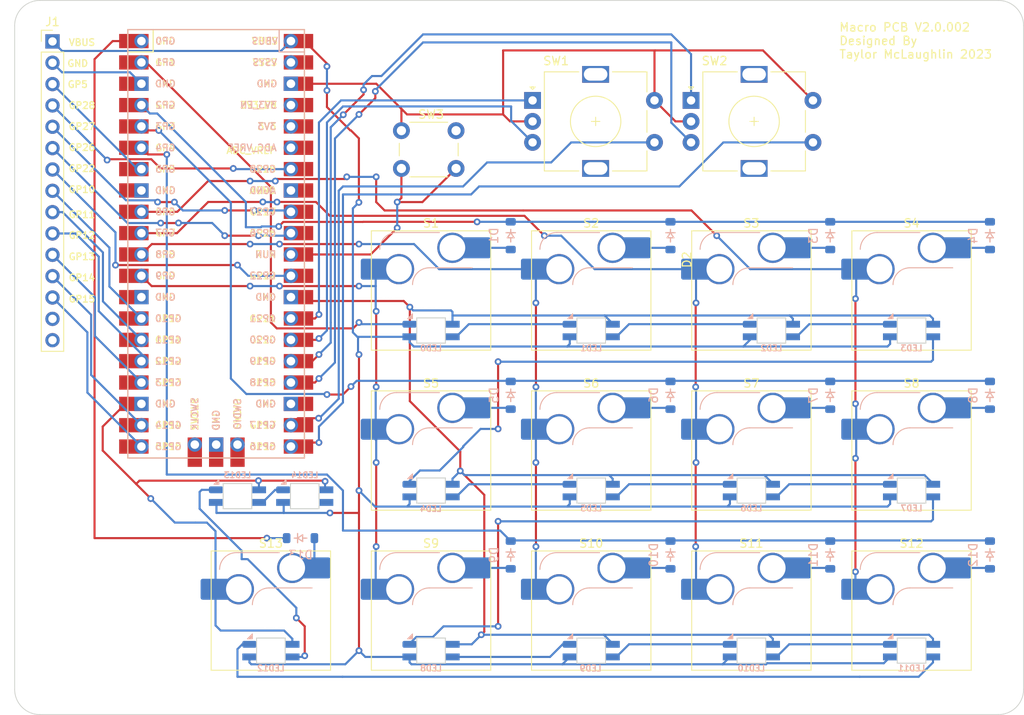
<source format=kicad_pcb>
(kicad_pcb (version 20221018) (generator pcbnew)
  (title_block (title "Macro PCB") (date "2023-12-19") (rev "2.0.002"))
  (layers (0 "F.Cu" signal) (31 "B.Cu" signal) (34 "B.Paste" user) (35 "F.Paste" user) (36 "B.SilkS" user "B.Silkscreen") (37 "F.SilkS" user "F.Silkscreen") (38 "B.Mask" user) (39 "F.Mask" user) (44 "Edge.Cuts" user))
  (net 0 "")
  (net 1 "Row 0")
  (net 2 "Net-(D1-A)")
  (net 3 "Net-(D2-A)")
  (net 4 "Net-(D3-A)")
  (net 5 "Net-(D4-A)")
  (net 6 "Row 1")
  (net 7 "Net-(D5-A)")
  (net 8 "Net-(D6-A)")
  (net 9 "Net-(D7-A)")
  (net 10 "Net-(D8-A)")
  (net 11 "Row 2")
  (net 12 "Net-(D9-A)")
  (net 13 "Net-(D10-A)")
  (net 14 "Net-(D11-A)")
  (net 15 "Net-(D12-A)")
  (net 16 "ModePin")
  (net 17 "Net-(D13-A)")
  (net 18 "GND")
  (net 19 "LED Pin")
  (net 20 "VBUS")
  (net 21 "Column 0")
  (net 22 "Column 1")
  (net 23 "Column 2")
  (net 24 "Column 3")
  (net 25 "Encoder 1 Pin A")
  (net 26 "Encoder 1 Pin B")
  (net 27 "Encoder 1 Button")
  (net 28 "Encoder 2 Pin A")
  (net 29 "Encoder 2 Pin B")
  (net 30 "Encoder 2 Button")
  (net 31 "Run")
  (net 43 "GPIO10")
  (net 44 "GPIO11")
  (net 45 "GPIO12")
  (net 46 "GPIO13")
  (net 47 "GPIO5")
  (net 48 "GPIO14")
  (net 49 "GPIO15")
  (net 50 "GPIO28")
  (net 51 "GPIO27")
  (net 52 "GPIO26")
  (net 53 "GPIO22")
  (net 56 "Net-(LED0-DOUT)")
  (net 57 "Net-(LED1-DOUT)")
  (net 58 "Net-(LED2-DOUT)")
  (net 59 "Net-(LED3-DOUT)")
  (net 60 "Net-(LED4-DOUT)")
  (net 61 "Net-(LED5-DOUT)")
  (net 62 "Net-(LED6-DOUT)")
  (net 63 "Net-(LED7-DOUT)")
  (net 64 "Net-(LED8-DOUT)")
  (net 65 "Net-(LED10-DIN)")
  (net 66 "Net-(LED10-DOUT)")
  (net 67 "Net-(LED11-DOUT)")
  (net 68 "Net-(LED13-DOUT)")
  (footprint "ScottoKeebs_Components:LED_SK6812MINI" (layer "F.Cu") (at 146.92125 57.785)
    (fp_text reference "LED2")
    (fp_text value "LED_SK6812MINI" hide)
    (fp_line (start -1.7 -1.5) (end -1.7 1.5) (stroke (width 0.12)) (layer "Edge.Cuts"))
    (fp_line (start -1.7 1.5) (end 1.7 1.5) (stroke (width 0.12)) (layer "Edge.Cuts"))
    (fp_line (start 1.7 -1.5) (end -1.7 -1.5) (stroke (width 0.12)) (layer "Edge.Cuts"))
    (fp_line (start 1.7 1.5) (end 1.7 -1.5) (stroke (width 0.12)) (layer "Edge.Cuts"))
  )
  (footprint "ScottoKeebs_Hotswap:Hotswap_MX_Plated_1.00u" (layer "F.Cu") (at 144.54 91.1225)
    (fp_text reference "S11")
    (fp_text value "Keyswitch")
  )
  (footprint "ScottoKeebs_Hotswap:Hotswap_MX_Plated_1.00u" (layer "F.Cu") (at 163.59 91.1225)
    (fp_text reference "S12")
    (fp_text value "Keyswitch")
  )
  (footprint "ScottoKeebs_Components:LED_SK6812MINI" (layer "F.Cu") (at 106.44 57.785)
    (fp_text reference "LED0")
    (fp_text value "LED_SK6812MINI" hide)
    (fp_line (start -1.7 -1.5) (end -1.7 1.5) (stroke (width 0.12)) (layer "Edge.Cuts"))
    (fp_line (start -1.7 1.5) (end 1.7 1.5) (stroke (width 0.12)) (layer "Edge.Cuts"))
    (fp_line (start 1.7 -1.5) (end -1.7 -1.5) (stroke (width 0.12)) (layer "Edge.Cuts"))
    (fp_line (start 1.7 1.5) (end 1.7 -1.5) (stroke (width 0.12)) (layer "Edge.Cuts"))
  )
  (footprint "ScottoKeebs_Components:LED_SK6812MINI" (layer "F.Cu") (at 163.59 76.835)
    (fp_text reference "LED7")
    (fp_text value "LED_SK6812MINI" hide)
    (fp_line (start -1.7 -1.5) (end -1.7 1.5) (stroke (width 0.12)) (layer "Edge.Cuts"))
    (fp_line (start -1.7 1.5) (end 1.7 1.5) (stroke (width 0.12)) (layer "Edge.Cuts"))
    (fp_line (start 1.7 -1.5) (end -1.7 -1.5) (stroke (width 0.12)) (layer "Edge.Cuts"))
    (fp_line (start 1.7 1.5) (end 1.7 -1.5) (stroke (width 0.12)) (layer "Edge.Cuts"))
  )
  (footprint "ScottoKeebs_MCU:Raspberry_Pi_Pico" (layer "F.Cu") (at 80.88125 47.46625)
    (fp_text reference "U1" hide)
    (fp_text value "Raspberry_Pi_Pico" hide)
  )
  (footprint "ScottoKeebs_Hotswap:Hotswap_MX_Plated_1.00u" (layer "F.Cu") (at 163.59 53.0225)
    (fp_text reference "S4")
    (fp_text value "Keyswitch")
  )
  (footprint "Connector_PinHeader_2.54mm:PinHeader_1x15_P2.54mm_Vertical" (layer "F.Cu") (at 61.415 23.3775)
    (fp_text reference "J1")
    (fp_text value "Conn_01x15_Pin")
  )
  (footprint "ScottoKeebs_Hotswap:Hotswap_MX_Plated_1.00u" (layer "F.Cu") (at 125.49 53.0225)
    (fp_text reference "S2")
    (fp_text value "Keyswitch")
  )
  (footprint "ScottoKeebs_Components:LED_SK6812MINI" (layer "F.Cu") (at 144.54 76.835)
    (fp_text reference "LED6")
    (fp_text value "LED_SK6812MINI" hide)
    (fp_line (start -1.7 -1.5) (end -1.7 1.5) (stroke (width 0.12)) (layer "Edge.Cuts"))
    (fp_line (start -1.7 1.5) (end 1.7 1.5) (stroke (width 0.12)) (layer "Edge.Cuts"))
    (fp_line (start 1.7 -1.5) (end -1.7 -1.5) (stroke (width 0.12)) (layer "Edge.Cuts"))
    (fp_line (start 1.7 1.5) (end 1.7 -1.5) (stroke (width 0.12)) (layer "Edge.Cuts"))
  )
  (footprint "Button_Switch_THT:SW_PUSH_6mm_H7.3mm" (layer "F.Cu") (at 102.915 33.9975)
    (fp_text reference "SW3")
    (fp_text value "SW_Push")
  )
  (footprint "ScottoKeebs_Hotswap:Hotswap_MX_Plated_1.00u" (layer "F.Cu") (at 163.59 72.0725)
    (fp_text reference "S8")
    (fp_text value "Keyswitch")
  )
  (footprint "ScottoKeebs_Components:LED_SK6812MINI" (layer "F.Cu") (at 87.39 95.885)
    (fp_text reference "LED12")
    (fp_text value "LED_SK6812MINI" hide)
    (fp_line (start -1.7 -1.5) (end -1.7 1.5) (stroke (width 0.12)) (layer "Edge.Cuts"))
    (fp_line (start -1.7 1.5) (end 1.7 1.5) (stroke (width 0.12)) (layer "Edge.Cuts"))
    (fp_line (start 1.7 -1.5) (end -1.7 -1.5) (stroke (width 0.12)) (layer "Edge.Cuts"))
    (fp_line (start 1.7 1.5) (end 1.7 -1.5) (stroke (width 0.12)) (layer "Edge.Cuts"))
  )
  (footprint "ScottoKeebs_Hotswap:Hotswap_MX_Plated_1.00u" (layer "F.Cu") (at 106.44 72.0725)
    (fp_text reference "S5")
    (fp_text value "Keyswitch")
  )
  (footprint "ScottoKeebs_Hotswap:Hotswap_MX_Plated_1.00u" (layer "F.Cu") (at 144.54 72.0725)
    (fp_text reference "S7")
    (fp_text value "Keyswitch")
  )
  (footprint "ScottoKeebs_Components:LED_SK6812MINI" (layer "F.Cu") (at 106.44 76.835)
    (fp_text reference "LED4")
    (fp_text value "LED_SK6812MINI" hide)
    (fp_line (start -1.7 -1.5) (end -1.7 1.5) (stroke (width 0.12)) (layer "Edge.Cuts"))
    (fp_line (start -1.7 1.5) (end 1.7 1.5) (stroke (width 0.12)) (layer "Edge.Cuts"))
    (fp_line (start 1.7 -1.5) (end -1.7 -1.5) (stroke (width 0.12)) (layer "Edge.Cuts"))
    (fp_line (start 1.7 1.5) (end 1.7 -1.5) (stroke (width 0.12)) (layer "Edge.Cuts"))
  )
  (footprint "ScottoKeebs_Components:LED_SK6812MINI" (layer "F.Cu") (at 125.49 76.835)
    (fp_text reference "LED5")
    (fp_text value "LED_SK6812MINI" hide)
    (fp_line (start -1.7 -1.5) (end -1.7 1.5) (stroke (width 0.12)) (layer "Edge.Cuts"))
    (fp_line (start -1.7 1.5) (end 1.7 1.5) (stroke (width 0.12)) (layer "Edge.Cuts"))
    (fp_line (start 1.7 -1.5) (end -1.7 -1.5) (stroke (width 0.12)) (layer "Edge.Cuts"))
    (fp_line (start 1.7 1.5) (end 1.7 -1.5) (stroke (width 0.12)) (layer "Edge.Cuts"))
  )
  (footprint "ScottoKeebs_Hotswap:Hotswap_MX_Plated_1.00u" (layer "F.Cu") (at 87.39 91.1225)
    (fp_text reference "S13")
    (fp_text value "Keyswitch")
  )
  (footprint "ScottoKeebs_Components:LED_SK6812MINI" (layer "F.Cu") (at 163.59 95.885)
    (fp_text reference "LED11")
    (fp_text value "LED_SK6812MINI" hide)
    (fp_line (start -1.7 -1.5) (end -1.7 1.5) (stroke (width 0.12)) (layer "Edge.Cuts"))
    (fp_line (start -1.7 1.5) (end 1.7 1.5) (stroke (width 0.12)) (layer "Edge.Cuts"))
    (fp_line (start 1.7 -1.5) (end -1.7 -1.5) (stroke (width 0.12)) (layer "Edge.Cuts"))
    (fp_line (start 1.7 1.5) (end 1.7 -1.5) (stroke (width 0.12)) (layer "Edge.Cuts"))
  )
  (footprint "ScottoKeebs_Components:LED_SK6812MINI" (layer "F.Cu") (at 163.59 57.785)
    (fp_text reference "LED3")
    (fp_text value "LED_SK6812MINI" hide)
    (fp_line (start -1.7 -1.5) (end -1.7 1.5) (stroke (width 0.12)) (layer "Edge.Cuts"))
    (fp_line (start -1.7 1.5) (end 1.7 1.5) (stroke (width 0.12)) (layer "Edge.Cuts"))
    (fp_line (start 1.7 -1.5) (end -1.7 -1.5) (stroke (width 0.12)) (layer "Edge.Cuts"))
    (fp_line (start 1.7 1.5) (end 1.7 -1.5) (stroke (width 0.12)) (layer "Edge.Cuts"))
  )
  (footprint "ScottoKeebs_Components:LED_SK6812MINI" (layer "F.Cu") (at 106.44 95.885)
    (fp_text reference "LED8")
    (fp_text value "LED_SK6812MINI" hide)
    (fp_line (start -1.7 -1.5) (end -1.7 1.5) (stroke (width 0.12)) (layer "Edge.Cuts"))
    (fp_line (start -1.7 1.5) (end 1.7 1.5) (stroke (width 0.12)) (layer "Edge.Cuts"))
    (fp_line (start 1.7 -1.5) (end -1.7 -1.5) (stroke (width 0.12)) (layer "Edge.Cuts"))
    (fp_line (start 1.7 1.5) (end 1.7 -1.5) (stroke (width 0.12)) (layer "Edge.Cuts"))
  )
  (footprint "ScottoKeebs_Components:LED_SK6812MINI" (layer "F.Cu") (at 91.415 77.4975)
    (fp_text reference "LED14")
    (fp_text value "LED_SK6812MINI" hide)
    (fp_line (start -1.7 -1.5) (end -1.7 1.5) (stroke (width 0.12)) (layer "Edge.Cuts"))
    (fp_line (start -1.7 1.5) (end 1.7 1.5) (stroke (width 0.12)) (layer "Edge.Cuts"))
    (fp_line (start 1.7 -1.5) (end -1.7 -1.5) (stroke (width 0.12)) (layer "Edge.Cuts"))
    (fp_line (start 1.7 1.5) (end 1.7 -1.5) (stroke (width 0.12)) (layer "Edge.Cuts"))
  )
  (footprint "ScottoKeebs_Hotswap:Hotswap_MX_Plated_1.00u" (layer "F.Cu") (at 106.44 91.1225)
    (fp_text reference "S9")
    (fp_text value "Keyswitch")
  )
  (footprint "ScottoKeebs_Components:LED_SK6812MINI" (layer "F.Cu") (at 144.54 95.885)
    (fp_text reference "LED10")
    (fp_text value "LED_SK6812MINI" hide)
    (fp_line (start -1.7 -1.5) (end -1.7 1.5) (stroke (width 0.12)) (layer "Edge.Cuts"))
    (fp_line (start -1.7 1.5) (end 1.7 1.5) (stroke (width 0.12)) (layer "Edge.Cuts"))
    (fp_line (start 1.7 -1.5) (end -1.7 -1.5) (stroke (width 0.12)) (layer "Edge.Cuts"))
    (fp_line (start 1.7 1.5) (end 1.7 -1.5) (stroke (width 0.12)) (layer "Edge.Cuts"))
  )
  (footprint "ScottoKeebs_Components:LED_SK6812MINI" (layer "F.Cu") (at 83.415 77.4975)
    (fp_text reference "LED13")
    (fp_text value "LED_SK6812MINI" hide)
    (fp_line (start -1.7 -1.5) (end -1.7 1.5) (stroke (width 0.12)) (layer "Edge.Cuts"))
    (fp_line (start -1.7 1.5) (end 1.7 1.5) (stroke (width 0.12)) (layer "Edge.Cuts"))
    (fp_line (start 1.7 -1.5) (end -1.7 -1.5) (stroke (width 0.12)) (layer "Edge.Cuts"))
    (fp_line (start 1.7 1.5) (end 1.7 -1.5) (stroke (width 0.12)) (layer "Edge.Cuts"))
  )
  (footprint "ScottoKeebs_Hotswap:Hotswap_MX_Plated_1.00u" (layer "F.Cu") (at 144.54 53.0225)
    (fp_text reference "S3")
    (fp_text value "Keyswitch")
  )
  (footprint "Rotary_Encoder:RotaryEncoder_Alps_EC11E-Switch_Vertical_H20mm" (layer "F.Cu") (at 118.515 30.3975)
    (fp_text reference "SW1")
    (fp_text value "RotaryEncoder_Switch")
  )
  (footprint "ScottoKeebs_Hotswap:Hotswap_MX_Plated_1.00u" (layer "F.Cu") (at 125.49 91.1225)
    (fp_text reference "S10")
    (fp_text value "Keyswitch")
  )
  (footprint "ScottoKeebs_Hotswap:Hotswap_MX_Plated_1.00u" (layer "F.Cu") (at 125.49 72.0725)
    (fp_text reference "S6")
    (fp_text value "Keyswitch")
  )
  (footprint "Rotary_Encoder:RotaryEncoder_Alps_EC11E-Switch_Vertical_H20mm" (layer "F.Cu") (at 137.365 30.3975)
    (fp_text reference "SW2")
    (fp_text value "RotaryEncoder_Switch")
  )
  (footprint "ScottoKeebs_Hotswap:Hotswap_MX_Plated_1.00u" (layer "F.Cu") (at 106.44 53.0225)
    (fp_text reference "S1")
    (fp_text value "Keyswitch")
  )
  (footprint "ScottoKeebs_Components:LED_SK6812MINI" (layer "F.Cu") (at 125.49 95.885)
    (fp_text reference "LED9")
    (fp_text value "LED_SK6812MINI" hide)
    (fp_line (start -1.7 -1.5) (end -1.7 1.5) (stroke (width 0.12)) (layer "Edge.Cuts"))
    (fp_line (start -1.7 1.5) (end 1.7 1.5) (stroke (width 0.12)) (layer "Edge.Cuts"))
    (fp_line (start 1.7 -1.5) (end -1.7 -1.5) (stroke (width 0.12)) (layer "Edge.Cuts"))
    (fp_line (start 1.7 1.5) (end 1.7 -1.5) (stroke (width 0.12)) (layer "Edge.Cuts"))
  )
  (footprint "ScottoKeebs_Components:LED_SK6812MINI" (layer "F.Cu") (at 125.49 57.785)
    (fp_text reference "LED1")
    (fp_text value "LED_SK6812MINI" hide)
    (fp_line (start -1.7 -1.5) (end -1.7 1.5) (stroke (width 0.12)) (layer "Edge.Cuts"))
    (fp_line (start -1.7 1.5) (end 1.7 1.5) (stroke (width 0.12)) (layer "Edge.Cuts"))
    (fp_line (start 1.7 -1.5) (end -1.7 -1.5) (stroke (width 0.12)) (layer "Edge.Cuts"))
    (fp_line (start 1.7 1.5) (end 1.7 -1.5) (stroke (width 0.12)) (layer "Edge.Cuts"))
  )
  (footprint "ScottoKeebs_Components:Diode_SOD-123" (layer "B.Cu") (at 115.915 65.4975 -90)
    (fp_text reference "D5")
    (fp_text value "Diode")
  )
  (footprint "ScottoKeebs_Components:Diode_SOD-123" (layer "B.Cu") (at 115.915 84.4975 -90)
    (fp_text reference "D9")
    (fp_text value "Diode")
  )
  (footprint "ScottoKeebs_Components:Diode_SOD-123" (layer "B.Cu") (at 134.915 65.4975 -90)
    (fp_text reference "D6")
    (fp_text value "Diode")
  )
  (footprint "ScottoKeebs_Components:Diode_SOD-123" (layer "B.Cu") (at 172.915 65.4975 -90)
    (fp_text reference "D8")
    (fp_text value "Diode")
  )
  (footprint "ScottoKeebs_Components:Diode_SOD-123" (layer "B.Cu") (at 153.915 65.4975 -90)
    (fp_text reference "D7")
    (fp_text value "Diode")
  )
  (footprint "ScottoKeebs_Components:Diode_SOD-123" (layer "B.Cu") (at 153.915 84.4975 -90)
    (fp_text reference "D11")
    (fp_text value "Diode")
  )
  (footprint "ScottoKeebs_Components:Diode_SOD-123" (layer "B.Cu") (at 172.915 46.4975 -90)
    (fp_text reference "D4")
    (fp_text value "Diode")
  )
  (footprint "ScottoKeebs_Components:Diode_SOD-123" (layer "B.Cu") (at 134.915 84.4975 -90)
    (fp_text reference "D10")
    (fp_text value "Diode")
  )
  (footprint "ScottoKeebs_Components:Diode_SOD-123" (layer "B.Cu") (at 90.915 82.4975)
    (fp_text reference "D13")
    (fp_text value "Diode")
  )
  (footprint "ScottoKeebs_Components:Diode_SOD-123" (layer "B.Cu") (at 172.915 84.4975 -90)
    (fp_text reference "D12")
    (fp_text value "Diode")
  )
  (footprint "ScottoKeebs_Components:Diode_SOD-123" (layer "B.Cu") (at 134.915 46.4975 -90)
    (fp_text reference "D2")
    (fp_text value "Diode")
  )
  (footprint "ScottoKeebs_Components:Diode_SOD-123" (layer "B.Cu") (at 115.915 46.4975 -90)
    (fp_text reference "D1")
    (fp_text value "Diode")
  )
  (footprint "ScottoKeebs_Components:Diode_SOD-123" (layer "B.Cu") (at 153.915 46.4975 -90)
    (fp_text reference "D3")
    (fp_text value "Diode")
  )
  (gr_arc (start 176.915 100.4975) (mid 176.03632 102.61882) (end 173.915 103.4975) (stroke (width 0.1)) (layer "Edge.Cuts"))
  (gr_line (start 176.915 21.4975) (end 176.915 100.4975) (stroke (width 0.1)) (layer "Edge.Cuts"))
  (gr_line (start 59.915 103.4975) (end 173.915 103.4975) (stroke (width 0.1)) (layer "Edge.Cuts"))
  (gr_line (start 56.915 100.4975) (end 56.915 21.4975) (stroke (width 0.1)) (layer "Edge.Cuts"))
  (gr_line (start 59.915 18.4975) (end 173.915 18.4975) (stroke (width 0.1)) (layer "Edge.Cuts"))
  (gr_arc (start 59.915 103.4975) (mid 57.79368 102.61882) (end 56.915 100.4975) (stroke (width 0.1)) (layer "Edge.Cuts"))
  (gr_arc (start 56.915 21.4975) (mid 57.79368 19.37618) (end 59.915 18.4975) (stroke (width 0.1)) (layer "Edge.Cuts"))
  (gr_arc (start 173.915 18.4975) (mid 176.03632 19.37618) (end 176.915 21.4975) (stroke (width 0.1)) (layer "Edge.Cuts"))
  (gr_text "GP12" (at 64.915 46.4575) (layer "F.SilkS") (effects (font (size 0.8 0.8))))
  (gr_text "GND" (at 64.415 25.9975) (layer "F.SilkS") (effects (font (size 0.8 0.8))))
  (gr_text "GP13" (at 64.915 48.9975) (layer "F.SilkS") (effects (font (size 0.8 0.8))))
  (gr_text "Macro PCB V2.0.002\nDesigned By \nTaylor McLaughlin 2023" (at 154.915 25.4975) (layer "F.SilkS") (effects (font (size 1 1)) (justify left bottom)))
  (gr_text "GP5" (at 64.415 28.4975) (layer "F.SilkS") (effects (font (size 0.8 0.8))))
  (gr_text "GP27" (at 64.915 33.4975) (layer "F.SilkS") (effects (font (size 0.8 0.8))))
  (gr_text "GP26" (at 64.915 35.9975) (layer "F.SilkS") (effects (font (size 0.8 0.8))))
  (gr_text "GP14" (at 64.915 51.4975) (layer "F.SilkS") (effects (font (size 0.8 0.8))))
  (gr_text "GP28" (at 64.915 30.9975) (layer "F.SilkS") (effects (font (size 0.8 0.8))))
  (gr_text "GP15" (at 64.915 54.0375) (layer "F.SilkS") (effects (font (size 0.8 0.8))))
  (gr_text "GP10" (at 64.915 40.9975) (layer "F.SilkS") (effects (font (size 0.8 0.8))))
  (gr_text "VBUS" (at 64.915 23.4975) (layer "F.SilkS") (effects (font (size 0.8 0.8))))
  (gr_text "GP22" (at 64.915 38.4975) (layer "F.SilkS") (effects (font (size 0.8 0.8))))
  (gr_text "GP11" (at 64.915 43.9975) (layer "F.SilkS") (effects (font (size 0.8 0.8))))
  (segment (start 88.86651 44.857738) (end 88.321748 45.4025) (width 0.25) (layer "F.Cu") (net 1))
  (segment (start 111.904762 44.847) (end 98.363727 44.847) (width 0.25) (layer "F.Cu") (net 1))
  (segment (start 98.352989 44.857738) (end 98.363727 44.847) (width 0.25) (layer "F.Cu") (net 1))
  (segment (start 111.915 44.857238) (end 111.904762 44.847) (width 0.25) (layer "F.Cu") (net 1))
  (segment (start 98.352989 44.857738) (end 88.86651 44.857738) (width 0.25) (layer "F.Cu") (net 1))
  (via (at 111.915 44.857238) (size 0.8) (drill 0.4) (layers "F.Cu" "B.Cu") (net 1))
  (via (at 88.321748 45.4025) (size 0.8) (drill 0.4) (layers "F.Cu" "B.Cu") (net 1))
  (segment (start 72.99125 31.95625) (end 71.99125 30.95625) (width 0.25) (layer "B.Cu") (net 1))
  (segment (start 88.321748 45.4025) (end 86.294695 45.4025) (width 0.25) (layer "B.Cu") (net 1))
  (segment (start 115.915 44.8475) (end 111.924738 44.8475) (width 0.25) (layer "B.Cu") (net 1))
  (segment (start 84.415 42.4975) (end 73.87375 31.95625) (width 0.25) (layer "B.Cu") (net 1))
  (segment (start 172.915 44.8475) (end 115.915 44.8475) (width 0.25) (layer "B.Cu") (net 1))
  (segment (start 86.294695 45.4025) (end 86.199695 45.4975) (width 0.25) (layer "B.Cu") (net 1))
  (segment (start 84.415 45.4975) (end 84.415 42.4975) (width 0.25) (layer "B.Cu") (net 1))
  (segment (start 86.199695 45.4975) (end 84.415 45.4975) (width 0.25) (layer "B.Cu") (net 1))
  (segment (start 111.924738 44.8475) (end 111.915 44.857238) (width 0.25) (layer "B.Cu") (net 1))
  (segment (start 73.87375 31.95625) (end 72.99125 31.95625) (width 0.25) (layer "B.Cu") (net 1))
  (segment (start 115.71 47.9425) (end 115.915 48.1475) (width 0.25) (layer "B.Cu") (net 2))
  (segment (start 111.76 47.9425) (end 115.71 47.9425) (width 0.25) (layer "B.Cu") (net 2))
  (segment (start 134.71 47.9425) (end 134.915 48.1475) (width 0.25) (layer "B.Cu") (net 3))
  (segment (start 130.81 47.9425) (end 134.71 47.9425) (width 0.25) (layer "B.Cu") (net 3))
  (segment (start 149.86 47.9425) (end 153.71 47.9425) (width 0.25) (layer "B.Cu") (net 4))
  (segment (start 153.71 47.9425) (end 153.915 48.1475) (width 0.25) (layer "B.Cu") (net 4))
  (segment (start 168.91 47.9425) (end 172.71 47.9425) (width 0.25) (layer "B.Cu") (net 5))
  (segment (start 172.71 47.9425) (end 172.915 48.1475) (width 0.25) (layer "B.Cu") (net 5))
  (segment (start 96.915 64.4525) (end 95.9625 65.405) (width 0.25) (layer "F.Cu") (net 6))
  (segment (start 95.9625 65.405) (end 94.0575 65.405) (width 0.25) (layer "F.Cu") (net 6))
  (segment (start 72.4675 33.9725) (end 71.99125 33.49625) (width 0.25) (layer "F.Cu") (net 6))
  (segment (start 74.055 33.9725) (end 72.4675 33.9725) (width 0.25) (layer "F.Cu") (net 6))
  (via (at 74.055 33.9725) (size 0.8) (drill 0.4) (layers "F.Cu" "B.Cu") (net 6))
  (via (at 94.0575 65.405) (size 0.8) (drill 0.4) (layers "F.Cu" "B.Cu") (net 6))
  (via (at 96.915 64.4525) (size 0.8) (drill 0.4) (layers "F.Cu" "B.Cu") (net 6))
  (segment (start 115.99 63.7725) (end 115.915 63.8475) (width 0.25) (layer "B.Cu") (net 6))
  (segment (start 172.915 63.8475) (end 172.84 63.7725) (width 0.25) (layer "B.Cu") (net 6))
  (segment (start 97.595 63.7725) (end 96.915 64.4525) (width 0.25) (layer "B.Cu") (net 6))
  (segment (start 115.84 63.7725) (end 97.595 63.7725) (width 0.25) (layer "B.Cu") (net 6))
  (segment (start 172.84 63.7725) (end 115.99 63.7725) (width 0.25) (layer "B.Cu") (net 6))
  (segment (start 115.915 63.8475) (end 115.84 63.7725) (width 0.25) (layer "B.Cu") (net 6))
  (segment (start 82.6275 63.5) (end 82.6275 42.545) (width 0.25) (layer "B.Cu") (net 6))
  (segment (start 94.0575 65.405) (end 93.99375 65.34125) (width 0.25) (layer "B.Cu") (net 6))
  (segment (start 82.6275 42.545) (end 74.055 33.9725) (width 0.25) (layer "B.Cu") (net 6))
  (segment (start 93.99375 65.34125) (end 84.46875 65.34125) (width 0.25) (layer "B.Cu") (net 6))
  (segment (start 84.46875 65.34125) (end 82.6275 63.5) (width 0.25) (layer "B.Cu") (net 6))
  (segment (start 115.76 66.9925) (end 115.915 67.1475) (width 0.25) (layer "B.Cu") (net 7))
  (segment (start 111.76 66.9925) (end 115.76 66.9925) (width 0.25) (layer "B.Cu") (net 7))
  (segment (start 134.76 66.9925) (end 134.915 67.1475) (width 0.25) (layer "B.Cu") (net 8))
  (segment (start 130.81 66.9925) (end 134.76 66.9925) (width 0.25) (layer "B.Cu") (net 8))
  (segment (start 149.86 66.9925) (end 153.76 66.9925) (width 0.25) (layer "B.Cu") (net 9))
  (segment (start 153.76 66.9925) (end 153.915 67.1475) (width 0.25) (layer "B.Cu") (net 9))
  (segment (start 168.91 66.9925) (end 172.76 66.9925) (width 0.25) (layer "B.Cu") (net 10))
  (segment (start 172.76 66.9925) (end 172.915 67.1475) (width 0.25) (layer "B.Cu") (net 10))
  (segment (start 72.785 36.83) (end 71.99125 36.03625) (width 0.25) (layer "F.Cu") (net 11))
  (segment (start 75.0075 36.83) (end 72.785 36.83) (width 0.25) (layer "F.Cu") (net 11))
  (via (at 75.0075 36.83) (size 0.8) (drill 0.4) (layers "F.Cu" "B.Cu") (net 11))
  (segment (start 172.84 82.7725) (end 115.99 82.7725) (width 0.25) (layer "B.Cu") (net 11))
  (segment (start 95.9625 76.835) (end 94.0575 74.93) (width 0.25) (layer "B.Cu") (net 11))
  (segment (start 172.915 82.8475) (end 172.84 82.7725) (width 0.25) (layer "B.Cu") (net 11))
  (segment (start 115.915 82.8475) (end 114.665 81.5975) (width 0.25) (layer "B.Cu") (net 11))
  (segment (start 75.0075 74.93) (end 75.0075 36.83) (width 0.25) (layer "B.Cu") (net 11))
  (segment (start 94.0575 74.93) (end 75.0075 74.93) (width 0.25) (layer "B.Cu") (net 11))
  (segment (start 115.99 82.7725) (end 115.915 82.8475) (width 0.25) (layer "B.Cu") (net 11))
  (segment (start 114.665 81.5975) (end 95.9625 81.5975) (width 0.25) (layer "B.Cu") (net 11))
  (segment (start 95.9625 81.5975) (end 95.9625 76.835) (width 0.25) (layer "B.Cu") (net 11))
  (segment (start 115.81 86.0425) (end 115.915 86.1475) (width 0.25) (layer "B.Cu") (net 12))
  (segment (start 111.76 86.0425) (end 115.81 86.0425) (width 0.25) (layer "B.Cu") (net 12))
  (segment (start 130.81 86.0425) (end 134.81 86.0425) (width 0.25) (layer "B.Cu") (net 13))
  (segment (start 134.81 86.0425) (end 134.915 86.1475) (width 0.25) (layer "B.Cu") (net 13))
  (segment (start 153.81 86.0425) (end 153.915 86.1475) (width 0.25) (layer "B.Cu") (net 14))
  (segment (start 149.86 86.0425) (end 153.81 86.0425) (width 0.25) (layer "B.Cu") (net 14))
  (segment (start 168.91 86.0425) (end 172.81 86.0425) (width 0.25) (layer "B.Cu") (net 15))
  (segment (start 172.81 86.0425) (end 172.915 86.1475) (width 0.25) (layer "B.Cu") (net 15))
  (segment (start 68.57625 23.33625) (end 66.415 25.4975) (width 0.25) (layer "F.Cu") (net 16))
  (segment (start 66.415 82.4975) (end 86.915 82.4975) (width 0.25) (layer "F.Cu") (net 16))
  (segment (start 71.99125 23.33625) (end 68.57625 23.33625) (width 0.25) (layer "F.Cu") (net 16))
  (segment (start 66.415 25.4975) (end 66.415 82.4975) (width 0.25) (layer "F.Cu") (net 16))
  (via (at 86.915 82.4975) (size 0.8) (drill 0.4) (layers "F.Cu" "B.Cu") (net 16))
  (segment (start 86.915 82.4975) (end 89.265 82.4975) (width 0.25) (layer "B.Cu") (net 16))
  (segment (start 92.565 82.4975) (end 92.565 85.8975) (width 0.25) (layer "B.Cu") (net 17))
  (segment (start 92.565 85.8975) (end 92.71 86.0425) (width 0.25) (layer "B.Cu") (net 17))
  (segment (start 89.77125 53.81625) (end 90.2275 54.2725) (width 0.25) (layer "F.Cu") (net 18))
  (segment (start 71.758 75.6545) (end 71.36375 76.04875) (width 0.25) (layer "F.Cu") (net 18))
  (segment (start 89.77125 28.41625) (end 99.93125 28.41625) (width 0.25) (layer "F.Cu") (net 18))
  (segment (start 85.915 75.6545) (end 71.758 75.6545) (width 0.25) (layer "F.Cu") (net 18))
  (segment (start 103.19 54.2725) (end 103.915 54.9975) (width 0.25) (layer "F.Cu") (net 18))
  (segment (start 85.915 75.6545) (end 93.757402 75.6545) (width 0.25) (layer "F.Cu") (net 18))
  (segment (start 67.3875 69.215) (end 67.3875 72.0725) (width 0.25) (layer "F.Cu") (net 18))
  (segment (start 67.3875 72.0725) (end 71.36375 76.04875) (width 0.25) (layer "F.Cu") (net 18))
  (segment (start 133.015 30.3975) (end 135.515 32.8975) (width 0.25) (layer "F.Cu") (net 18))
  (segment (start 109.915 72.188743) (end 109.915 74.4975) (width 0.25) (layer "F.Cu") (net 18))
  (segment (start 102.915 31.4) (end 103.5825 32.0675) (width 0.25) (layer "F.Cu") (net 18))
  (segment (start 115.8425 32.8975) (end 115.0125 32.0675) (width 0.25) (layer "F.Cu") (net 18))
  (segment (start 115.0125 24.4475) (end 133.11 24.4475) (width 0.25) (layer "F.Cu") (net 18))
  (segment (start 133.11 24.4475) (end 145.915 24.4475) (width 0.25) (layer "F.Cu") (net 18))
  (segment (start 118.515 32.8975) (end 115.8425 32.8975) (width 0.25) (layer "F.Cu") (net 18))
  (segment (start 93.757402 75.6545) (end 93.836201 75.733299) (width 0.25) (layer "F.Cu") (net 18))
  (segment (start 102.915 31.4) (end 102.915 33.9975) (width 0.25) (layer "F.Cu") (net 18))
  (segment (start 103.915 54.9975) (end 103.915 66.188743) (width 0.25) (layer "F.Cu") (net 18))
  (segment (start 112.77 93.6425) (end 112.415 93.9975) (width 0.25) (layer "F.Cu") (net 18))
  (segment (start 133.11 24.4475) (end 133.015 24.5425) (width 0.25) (layer "F.Cu") (net 18))
  (segment (start 71.36375 76.04875) (end 73.1025 77.7875) (width 0.25) (layer "F.Cu") (net 18))
  (segment (start 109.915 74.4975) (end 112.77 77.3525) (width 0.25) (layer "F.Cu") (net 18))
  (segment (start 135.515 32.8975) (end 137.365 32.8975) (width 0.25) (layer "F.Cu") (net 18))
  (segment (start 133.015 24.5425) (end 133.015 30.3975) (width 0.25) (layer "F.Cu") (net 18))
  (segment (start 71.99125 66.51625) (end 70.08625 66.51625) (width 0.25) (layer "F.Cu") (net 18))
  (segment (start 112.77 77.3525) (end 112.77 93.6425) (width 0.25) (layer "F.Cu") (net 18))
  (segment (start 103.915 66.188743) (end 109.915 72.188743) (width 0.25) (layer "F.Cu") (net 18))
  (segment (start 115.0125 32.0675) (end 115.0125 24.4475) (width 0.25) (layer "F.Cu") (net 18))
  (segment (start 99.93125 28.41625) (end 102.915 31.4) (width 0.25) (layer "F.Cu") (net 18))
  (segment (start 103.5825 32.0675) (end 115.0125 32.0675) (width 0.25) (layer "F.Cu") (net 18))
  (segment (start 90.2275 54.2725) (end 103.19 54.2725) (width 0.25) (layer "F.Cu") (net 18))
  (segment (start 70.08625 66.51625) (end 67.3875 69.215) (width 0.25) (layer "F.Cu") (net 18))
  (segment (start 145.915 24.4475) (end 151.865 30.3975) (width 0.25) (layer "F.Cu") (net 18))
  (via (at 93.836201 75.733299) (size 0.8) (drill 0.4) (layers "F.Cu" "B.Cu") (net 18))
  (via (at 73.1025 77.7875) (size 0.8) (drill 0.4) (layers "F.Cu" "B.Cu") (net 18))
  (via (at 109.915 74.4975) (size 0.8) (drill 0.4) (layers "F.Cu" "B.Cu") (net 18))
  (via (at 103.915 54.9975) (size 0.8) (drill 0.4) (layers "F.Cu" "B.Cu") (net 18))
  (via (at 112.415 93.9975) (size 0.8) (drill 0.4) (layers "F.Cu" "B.Cu") (net 18))
  (via (at 85.915 75.6545) (size 0.8) (drill 0.4) (layers "F.Cu" "B.Cu") (net 18))
  (segment (start 146.079277 74.9975) (end 165.129277 74.9975) (width 0.25) (layer "B.Cu") (net 18))
  (segment (start 127.079277 55.9975) (end 149.09375 55.9975) (width 0.25) (layer "B.Cu") (net 18))
  (segment (start 126.979277 93.9975) (end 128.04 95.058223) (width 0.25) (layer "B.Cu") (net 18))
  (segment (start 166.14 94.475) (end 166.14 95.135) (width 0.25) (layer "B.Cu") (net 18))
  (segment (start 166.14 76.008223) (end 166.14 76.085) (width 0.25) (layer "B.Cu") (net 18))
  (segment (start 108.99 55.9975) (end 108.99 57.035) (width 0.25) (layer "B.Cu") (net 18))
  (segment (start 78.415 80.645) (end 79.77 80.645) (width 0.25) (layer "B.Cu") (net 18))
  (segment (start 89.94 94.475) (end 89.94 95.135) (width 0.25) (layer "B.Cu") (net 18))
  (segment (start 149.09375 55.9975) (end 149.47125 56.375) (width 0.25) (layer "B.Cu") (net 18))
  (segment (start 104.315 55.3975) (end 108.815 55.3975) (width 0.25) (layer "B.Cu") (net 18))
  (segment (start 112.415 93.9975) (end 126.979277 93.9975) (width 0.25) (layer "B.Cu") (net 18))
  (segment (start 126.979277 93.9975) (end 146.6125 93.9975) (width 0.25) (layer "B.Cu") (net 18))
  (segment (start 110.415 74.9975) (end 127.6125 74.9975) (width 0.25) (layer "B.Cu") (net 18))
  (segment (start 109.915 74.4975) (end 110.415 74.9975) (width 0.25) (layer "B.Cu") (net 18))
  (segment (start 88.9625 93.4975) (end 89.94 94.475) (width 0.25) (layer "B.Cu") (net 18))
  (segment (start 165.6625 93.9975) (end 166.14 94.475) (width 0.25) (layer "B.Cu") (net 18))
  (segment (start 70.62625 27.05125) (end 71.99125 28.41625) (width 0.25) (layer "B.Cu") (net 18))
  (segment (start 165.7625 55.9975) (end 166.14 56.375) (width 0.25) (layer "B.Cu") (net 18))
  (segment (start 85.965 76.7475) (end 85.965 75.7045) (width 0.25) (layer "B.Cu") (net 18))
  (segment (start 128.04 95.058223) (end 128.04 95.135) (width 0.25) (layer "B.Cu") (net 18))
  (segment (start 73.1025 77.7875) (end 75.96 80.645) (width 0.25) (layer "B.Cu") (net 18))
  (segment (start 61.415 25.9175) (end 62.54875 27.05125) (width 0.25) (layer "B.Cu") (net 18))
  (segment (start 80.805 92.8875) (end 81.415 93.4975) (width 0.25) (layer "B.Cu") (net 18))
  (segment (start 93.836201 75.733299) (end 93.836201 76.618701) (width 0.25) (layer "B.Cu") (net 18))
  (segment (start 146.6125 93.9975) (end 165.6625 93.9975) (width 0.25) (layer "B.Cu") (net 18))
  (segment (start 80.805 88.5825) (end 80.805 92.8875) (width 0.25) (layer "B.Cu") (net 18))
  (segment (start 127.079277 55.9975) (end 128.04 56.958223) (width 0.25) (layer "B.Cu") (net 18))
  (segment (start 108.99 75.4225) (end 109.915 74.4975) (width 0.25) (layer "B.Cu") (net 18))
  (segment (start 146.079277 74.9975) (end 147.09 76.008223) (width 0.25) (layer "B.Cu") (net 18))
  (segment (start 127.6125 74.9975) (end 146.079277 74.9975) (width 0.25) (layer "B.Cu") (net 18))
  (segment (start 103.915 54.9975) (end 104.315 55.3975) (width 0.25) (layer "B.Cu") (net 18))
  (segment (start 81.415 93.4975) (end 88.9625 93.4975) (width 0.25) (layer "B.Cu") (net 18))
  (segment (start 128.04 56.958223) (end 128.04 57.035) (width 0.25) (layer "B.Cu") (net 18))
  (segment (start 149.47125 56.375) (end 149.47125 57.035) (width 0.25) (layer "B.Cu") (net 18))
  (segment (start 165.129277 74.9975) (end 166.14 76.008223) (width 0.25) (layer "B.Cu") (net 18))
  (segment (start 128.04 75.425) (end 128.04 76.085) (width 0.25) (layer "B.Cu") (net 18))
  (segment (start 111.2775 95.135) (end 108.99 95.135) (width 0.25) (layer "B.Cu") (net 18))
  (segment (start 127.6125 74.9975) (end 128.04 75.425) (width 0.25) (layer "B.Cu") (net 18))
  (segment (start 93.836201 76.618701) (end 93.965 76.7475) (width 0.25) (layer "B.Cu") (net 18))
  (segment (start 166.14 56.375) (end 166.14 57.035) (width 0.25) (layer "B.Cu") (net 18))
  (segment (start 147.09 94.475) (end 147.09 95.135) (width 0.25) (layer "B.Cu") (net 18))
  (segment (start 108.99 76.085) (end 108.99 75.4225) (width 0.25) (layer "B.Cu") (net 18))
  (segment (start 146.6125 93.9975) (end 147.09 94.475) (width 0.25) (layer "B.Cu") (net 18))
  (segment (start 149.09375 55.9975) (end 165.7625 55.9975) (width 0.25) (layer "B.Cu") (net 18))
  (segment (start 75.96 80.645) (end 78.415 80.645) (width 0.25) (layer "B.Cu") (net 18))
  (segment (start 108.99 55.9975) (end 127.079277 55.9975) (width 0.25) (layer "B.Cu") (net 18))
  (segment (start 108.815 55.3975) (end 108.99 55.5725) (width 0.25) (layer "B.Cu") (net 18))
  (segment (start 62.54875 27.05125) (end 70.62625 27.05125) (width 0.25) (layer "B.Cu") (net 18))
  (segment (start 108.99 55.5725) (end 108.99 55.9975) (width 0.25) (layer "B.Cu") (net 18))
  (segment (start 147.09 76.008223) (end 147.09 76.085) (width 0.25) (layer "B.Cu") (net 18))
  (segment (start 80.805 81.68) (end 80.805 88.5825) (width 0.25) (layer "B.Cu") (net 18))
  (segment (start 112.415 93.9975) (end 111.2775 95.135) (width 0.25) (layer "B.Cu") (net 18))
  (segment (start 79.77 80.645) (end 80.805 81.68) (width 0.25) (layer "B.Cu") (net 18))
  (segment (start 85.965 75.7045) (end 85.915 75.6545) (width 0.25) (layer "B.Cu") (net 18))
  (segment (start 88.08875 57.53125) (end 87.39 56.8325) (width 0.25) (layer "F.Cu") (net 19))
  (segment (start 87.39 56.8325) (end 87.39 40.70375) (width 0.25) (layer "F.Cu") (net 19))
  (segment (start 97.16875 57.53125) (end 88.08875 57.53125) (width 0.25) (layer "F.Cu") (net 19))
  (segment (start 87.39 40.70375) (end 72.5625 25.87625) (width 0.25) (layer "F.Cu") (net 19))
  (segment (start 97.8675 56.8325) (end 97.16875 57.53125) (width 0.25) (layer "F.Cu") (net 19))
  (segment (start 72.5625 25.87625) (end 71.99125 25.87625) (width 0.25) (layer "F.Cu") (net 19))
  (via (at 97.8675 56.8325) (size 0.8) (drill 0.4) (layers "F.Cu" "B.Cu") (net 19))
  (segment (start 98.07 57.035) (end 97.8675 56.8325) (width 0.25) (layer "B.Cu") (net 19))
  (segment (start 103.89 57.035) (end 98.07 57.035) (width 0.25) (layer "B.Cu") (net 19))
  (segment (start 89.77125 23.33625) (end 91.38125 23.33625) (width 0.25) (layer "F.Cu") (net 20))
  (segment (start 97.8675 79.4975) (end 97.8675 79.6925) (width 0.25) (layer "F.Cu") (net 20))
  (segment (start 91.415 92.9975) (end 90.415 91.9975) (width 0.25) (layer "F.Cu") (net 20))
  (segment (start 94.0575 29.21) (end 94.0575 31.187805) (width 0.25) (layer "F.Cu") (net 20))
  (segment (start 94.0575 31.187805) (end 96.842195 33.9725) (width 0.25) (layer "F.Cu") (net 20))
  (segment (start 91.415 96.4975) (end 91.415 92.9975) (width 0.25) (layer "F.Cu") (net 20))
  (segment (start 97.8675 79.4975) (end 94.415 79.4975) (width 0.25) (layer "F.Cu") (net 20))
  (segment (start 91.38125 23.33625) (end 94.0575 26.0125) (width 0.25) (layer "F.Cu") (net 20))
  (segment (start 97.8675 60.6425) (end 97.8675 76.835) (width 0.25) (layer "F.Cu") (net 20))
  (segment (start 96.842195 33.9725) (end 96.915 33.9725) (width 0.25) (layer "F.Cu") (net 20))
  (segment (start 97.8675 79.6925) (end 97.8675 95.885) (width 0.25) (layer "F.Cu") (net 20))
  (segment (start 96.915 33.9725) (end 97.855201 34.912701) (width 0.25) (layer "F.Cu") (net 20))
  (segment (start 97.8675 76.835) (end 97.8675 79.4975) (width 0.25) (layer "F.Cu") (net 20))
  (segment (start 97.855201 34.912701) (end 97.855201 42.532701) (width 0.25) (layer "F.Cu") (net 20))
  (segment (start 94.0575 26.0125) (end 94.0575 26.3525) (width 0.25) (layer "F.Cu") (net 20))
  (via (at 91.415 96.4975) (size 0.8) (drill 0.4) (layers "F.Cu" "B.Cu") (net 20))
  (via (at 94.0575 29.21) (size 0.8) (drill 0.4) (layers "F.Cu" "B.Cu") (net 20))
  (via (at 97.855201 42.532701) (size 0.8) (drill 0.4) (layers "F.Cu" "B.Cu") (net 20))
  (via (at 94.0575 26.3525) (size 0.8) (drill 0.4) (layers "F.Cu" "B.Cu") (net 20))
  (via (at 97.8675 76.835) (size 0.8) (drill 0.4) (layers "F.Cu" "B.Cu") (net 20))
  (via (at 94.415 79.4975) (size 0.8) (drill 0.4) (layers "F.Cu" "B.Cu") (net 20))
  (via (at 97.8675 60.6425) (size 0.8) (drill 0.4) (layers "F.Cu" "B.Cu") (net 20))
  (via (at 97.8675 95.885) (size 0.8) (drill 0.4) (layers "F.Cu" "B.Cu") (net 20))
  (via (at 90.415 91.9975) (size 0.8) (drill 0.4) (layers "F.Cu" "B.Cu") (net 20))
  (segment (start 90.415 90.788743) (end 84.623757 84.9975) (width 0.25) (layer "B.Cu") (net 20))
  (segment (start 103.89 96.635) (end 103.89 97.295) (width 0.25) (layer "B.Cu") (net 20))
  (segment (start 161.04 78.4325) (end 161.04 77.585) (width 0.25) (layer "B.Cu") (net 20))
  (segment (start 104.105 97.51) (end 122.065 97.51) (width 0.25) (layer "B.Cu") (net 20))
  (segment (start 144.37125 58.535) (end 144.37125 58.90625) (width 0.25) (layer "B.Cu") (net 20))
  (segment (start 90.415 91.9975) (end 90.415 90.788743) (width 0.25) (layer "B.Cu") (net 20))
  (segment (start 122.6325 59.69) (end 122.94 59.3825) (width 0.25) (layer "B.Cu") (net 20))
  (segment (start 160.7325 59.69) (end 161.04 59.3825) (width 0.25) (layer "B.Cu") (net 20))
  (segment (start 122.94 78.4325) (end 122.94 77.585) (width 0.25) (layer "B.Cu") (net 20))
  (segment (start 99.7725 78.74) (end 103.5825 78.74) (width 0.25) (layer "B.Cu") (net 20))
  (segment (start 103.89 58.535) (end 103.89 59.195) (width 0.25) (layer "B.Cu") (net 20))
  (segment (start 98.6175 96.635) (end 103.89 96.635) (width 0.25) (layer "B.Cu") (net 20))
  (segment (start 78.915 78.9975) (end 78.915 76.9975) (width 0.25) (layer "B.Cu") (net 20))
  (segment (start 96.2425 97.51) (end 85.055 97.51) (width 0.25) (layer "B.Cu") (net 20))
  (segment (start 146.291777 97.51) (end 146.415 97.386777) (width 0.25) (layer "B.Cu") (net 20))
  (segment (start 97.8675 58.535) (end 103.89 58.535) (width 0.25) (layer "B.Cu") (net 20))
  (segment (start 103.5825 78.74) (end 122.6325 78.74) (width 0.25) (layer "B.Cu") (net 20))
  (segment (start 88.915 78.2975) (end 88.865 78.2475) (width 0.25) (layer "B.Cu") (net 20))
  (segment (start 122.065 97.51) (end 141.115 97.51) (width 0.25) (layer "B.Cu") (net 20))
  (segment (start 103.5825 78.74) (end 103.89 78.4325) (width 0.25) (layer "B.Cu") (net 20))
  (segment (start 104.385 59.69) (end 122.6325 59.69) (width 0.25) (layer "B.Cu") (net 20))
  (segment (start 103.89 78.4325) (end 103.89 77.585) (width 0.25) (layer "B.Cu") (net 20))
  (segment (start 88.59625 24.51125) (end 62.54875 24.51125) (width 0.25) (layer "B.Cu") (net 20))
  (segment (start 161.04 59.3825) (end 161.04 58.535) (width 0.25) (layer "B.Cu") (net 20))
  (segment (start 97.8675 95.885) (end 98.6175 96.635) (width 0.25) (layer "B.Cu") (net 20))
  (segment (start 97.855201 42.532701) (end 97.1425 43.245402) (width 0.25) (layer "B.Cu") (net 20))
  (segment (start 62.54875 24.51125) (end 61.415 23.3775) (width 0.25) (layer "B.Cu") (net 20))
  (segment (start 141.6825 78.74) (end 141.99 78.4325) (width 0.25) (layer "B.Cu") (net 20))
  (segment (start 83.915 84.9975) (end 83.915 83.9975) (width 0.25) (layer "B.Cu") (net 20))
  (segment (start 89.77125 23.33625) (end 88.59625 24.51125) (width 0.25) (layer "B.Cu") (net 20))
  (segment (start 143.5875 59.69) (end 160.7325 59.69) (width 0.25) (layer "B.Cu") (net 20))
  (segment (start 160.7325 78.74) (end 161.04 78.4325) (width 0.25) (layer "B.Cu") (net 20))
  (segment (start 88.915 79.4975) (end 88.915 78.2975) (width 0.25) (layer "B.Cu") (net 20))
  (segment (start 79.165 76.7475) (end 80.865 76.7475) (width 0.25) (layer "B.Cu") (net 20))
  (segment (start 84.84 97.295) (end 84.84 96.635) (width 0.25) (layer "B.Cu") (net 20))
  (segment (start 144.37125 58.90625) (end 143.5875 59.69) (width 0.25) (layer "B.Cu") (net 20))
  (segment (start 97.755 58.6475) (end 97.755 60.53) (width 0.25) (layer "B.Cu") (net 20))
  (segment (start 80.915 79.4975) (end 88.915 79.4975) (width 0.25) (layer "B.Cu") (net 20))
  (segment (start 141.115 97.51) (end 141.99 96.635) (width 0.25) (layer "B.Cu") (net 20))
  (segment (start 103.89 59.195) (end 104.385 59.69) (width 0.25) (layer "B.Cu") (net 20))
  (segment (start 78.915 76.9975) (end 79.165 76.7475) (width 0.25) (layer "B.Cu") (net 20))
  (segment (start 97.8675 95.885) (end 96.2425 97.51) (width 0.25) (layer "B.Cu") (net 20))
  (segment (start 97.1425 58.0125) (end 97.665 58.535) (width 0.25) (layer "B.Cu") (net 20))
  (segment (start 122.6325 78.74) (end 122.94 78.4325) (width 0.25) (layer "B.Cu") (net 20))
  (segment (start 94.0575 26.3525) (end 94.0575 29.21) (width 0.25) (layer "B.Cu") (net 20))
  (segment (start 89.94 96.635) (end 91.2775 96.635) (width 0.25) (layer "B.Cu") (net 20))
  (segment (start 83.915 83.9975) (end 78.915 78.9975) (width 0.25) (layer "B.Cu") (net 20))
  (segment (start 103.89 97.295) (end 104.105 97.51) (width 0.25) (layer "B.Cu") (net 20))
  (segment (start 146.415 97.386777) (end 160.288223 97.386777) (width 0.25) (layer "B.Cu") (net 20))
  (segment (start 85.055 97.51) (end 84.84 97.295) (width 0.25) (layer "B.Cu") (net 20))
  (segment (start 122.065 97.51) (end 122.94 96.635) (width 0.25) (layer "B.Cu") (net 20))
  (segment (start 91.2775 96.635) (end 91.415 96.4975) (width 0.25) (layer "B.Cu") (net 20))
  (segment (start 94.415 79.4975) (end 88.915 79.4975) (width 0.25) (layer "B.Cu") (net 20))
  (segment (start 97.1425 43.245402) (end 97.1425 58.0125) (width 0.25) (layer "B.Cu") (net 20))
  (segment (start 160.288223 97.386777) (end 161.04 96.635) (width 0.25) (layer "B.Cu") (net 20))
  (segment (start 97.8675 76.835) (end 99.7725 78.74) (width 0.25) (layer "B.Cu") (net 20))
  (segment (start 141.6825 78.74) (end 160.7325 78.74) (width 0.25) (layer "B.Cu") (net 20))
  (segment (start 141.115 97.51) (end 146.291777 97.51) (width 0.25) (layer "B.Cu") (net 20))
  (segment (start 80.915 78.2975) (end 80.865 78.2475) (width 0.25) (layer "B.Cu") (net 20))
  (segment (start 97.8675 58.535) (end 97.755 58.6475) (width 0.25) (layer "B.Cu") (net 20))
  (segment (start 122.94 59.3825) (end 122.94 58.535) (width 0.25) (layer "B.Cu") (net 20))
  (segment (start 97.665 58.535) (end 97.8675 58.535) (width 0.25) (layer "B.Cu") (net 20))
  (segment (start 143.5875 59.69) (end 122.6325 59.69) (width 0.25) (layer "B.Cu") (net 20))
  (segment (start 80.915 79.4975) (end 80.915 78.2975) (width 0.25) (layer "B.Cu") (net 20))
  (segment (start 97.755 60.53) (end 97.8675 60.6425) (width 0.25) (layer "B.Cu") (net 20))
  (segment (start 84.623757 84.9975) (end 83.915 84.9975) (width 0.25) (layer "B.Cu") (net 20))
  (segment (start 141.99 78.4325) (end 141.99 77.585) (width 0.25) (layer "B.Cu") (net 20))
  (segment (start 122.6325 78.74) (end 141.6825 78.74) (width 0.25) (layer "B.Cu") (net 20))
  (segment (start 99.915 73.4975) (end 99.915 83.4975) (width 0.25) (layer "F.Cu") (net 21))
  (segment (start 99.915 55.4975) (end 99.915 64.4975) (width 0.25) (layer "F.Cu") (net 21))
  (segment (start 84.915 52.4975) (end 73.2125 52.4975) (width 0.25) (layer "F.Cu") (net 21))
  (segment (start 92.915 52.4975) (end 88.415 52.4975) (width 0.25) (layer "F.Cu") (net 21))
  (segment (start 73.2125 52.4975) (end 71.99125 51.27625) (width 0.25) (layer "F.Cu") (net 21))
  (segment (start 97.867 52.4975) (end 92.915 52.4975) (width 0.25) (layer "F.Cu") (net 21))
  (via (at 99.915 64.4975) (size 0.8) (drill 0.4) (layers "F.Cu" "B.Cu") (net 21))
  (via (at 99.915 55.4975) (size 0.8) (drill 0.4) (layers "F.Cu" "B.Cu") (net 21))
  (via (at 84.915 52.4975) (size 0.8) (drill 0.4) (layers "F.Cu" "B.Cu") (net 21))
  (via (at 88.415 52.4975) (size 0.8) (drill 0.4) (layers "F.Cu" "B.Cu") (net 21))
  (via (at 97.867 52.4975) (size 0.8) (drill 0.4) (layers "F.Cu" "B.Cu") (net 21))
  (via (at 99.915 83.4975) (size 0.8) (drill 0.4) (layers "F.Cu" "B.Cu") (net 21))
  (via (at 99.915 73.4975) (size 0.8) (drill 0.4) (layers "F.Cu" "B.Cu") (net 21))
  (segment (start 99.855 70.7825) (end 99.855 69.5325) (width 0.25) (layer "B.Cu") (net 21))
  (segment (start 99.855 83.5575) (end 99.855 88.5825) (width 0.25) (layer "B.Cu") (net 21))
  (segment (start 99.855 64.5575) (end 99.855 69.5325) (width 0.25) (layer "B.Cu") (net 21))
  (segment (start 99.855 52.4975) (end 99.855 55.4375) (width 0.25) (layer "B.Cu") (net 21))
  (segment (start 99.855 50.4825) (end 99.855 52.4975) (width 0.25) (layer "B.Cu") (net 21))
  (segment (start 99.915 73.4975) (end 99.915 70.8425) (width 0.25) (layer "B.Cu") (net 21))
  (segment (start 99.915 83.4975) (end 99.855 83.5575) (width 0.25) (layer "B.Cu") (net 21))
  (segment (start 99.915 70.8425) (end 99.855 70.7825) (width 0.25) (layer "B.Cu") (net 21))
  (segment (start 99.855 55.4375) (end 99.915 55.4975) (width 0.25) (layer "B.Cu") (net 21))
  (segment (start 99.915 64.4975) (end 99.855 64.5575) (width 0.25) (layer "B.Cu") (net 21))
  (segment (start 88.415 52.4975) (end 84.915 52.4975) (width 0.25) (layer "B.Cu") (net 21))
  (segment (start 99.855 52.4975) (end 97.867 52.4975) (width 0.25) (layer "B.Cu") (net 21))
  (segment (start 73.23 47.4975) (end 71.99125 48.73625) (width 0.25) (layer "F.Cu") (net 22))
  (segment (start 118.915 54.5075) (end 118.915 64.4975) (width 0.25) (layer "F.Cu") (net 22))
  (segment (start 97.867 47.4975) (end 88.415 47.4975) (width 0.25) (layer "F.Cu") (net 22))
  (segment (start 118.915 73.5075) (end 118.915 83.4975) (width 0.25) (layer "F.Cu") (net 22))
  (segment (start 118.905 73.4975) (end 118.915 73.5075) (width 0.25) (layer "F.Cu") (net 22))
  (segment (start 118.905 54.4975) (end 118.915 54.5075) (width 0.25) (layer "F.Cu") (net 22))
  (segment (start 84.915 47.4975) (end 73.23 47.4975) (width 0.25) (layer "F.Cu") (net 22))
  (via (at 88.415 47.4975) (size 0.8) (drill 0.4) (layers "F.Cu" "B.Cu") (net 22))
  (via (at 118.915 64.4975) (size 0.8) (drill 0.4) (layers "F.Cu" "B.Cu") (net 22))
  (via (at 118.905 54.4975) (size 0.8) (drill 0.4) (layers "F.Cu" "B.Cu") (net 22))
  (via (at 84.915 47.4975) (size 0.8) (drill 0.4) (layers "F.Cu" "B.Cu") (net 22))
  (via (at 118.915 83.4975) (size 0.8) (drill 0.4) (layers "F.Cu" "B.Cu") (net 22))
  (via (at 97.867 47.4975) (size 0.8) (drill 0.4) (layers "F.Cu" "B.Cu") (net 22))
  (via (at 118.905 73.4975) (size 0.8) (drill 0.4) (layers "F.Cu" "B.Cu") (net 22))
  (segment (start 118.905 73.4975) (end 118.905 69.5325) (width 0.25) (layer "B.Cu") (net 22))
  (segment (start 118.915 83.4975) (end 118.905 83.5075) (width 0.25) (layer "B.Cu") (net 22))
  (segment (start 118.905 83.5075) (end 118.905 88.5825) (width 0.25) (layer "B.Cu") (net 22))
  (segment (start 118.905 64.5075) (end 118.905 69.5325) (width 0.25) (layer "B.Cu") (net 22))
  (segment (start 104.915 47.9975) (end 104.415 47.4975) (width 0.25) (layer "B.Cu") (net 22))
  (segment (start 88.415 47.4975) (end 84.915 47.4975) (width 0.25) (layer "B.Cu") (net 22))
  (segment (start 107.4 50.4825) (end 104.915 47.9975) (width 0.25) (layer "B.Cu") (net 22))
  (segment (start 118.915 64.4975) (end 118.905 64.5075) (width 0.25) (layer "B.Cu") (net 22))
  (segment (start 104.415 47.4975) (end 97.867 47.4975) (width 0.25) (layer "B.Cu") (net 22))
  (segment (start 118.905 50.4825) (end 107.4 50.4825) (width 0.25) (layer "B.Cu") (net 22))
  (segment (start 118.905 54.4975) (end 118.905 50.4825) (width 0.25) (layer "B.Cu") (net 22))
  (segment (start 94.397738 44.132738) (end 92.74625 42.48125) (width 0.25) (layer "F.Cu") (net 23))
  (segment (start 117.550238 44.132738) (end 94.397738 44.132738) (width 0.25) (layer "F.Cu") (net 23))
  (segment (start 88.13075 42.48125) (end 88.1145 42.4975) (width 0.25) (layer "F.Cu") (net 23))
  (segment (start 92.74625 42.48125) (end 88.13075 42.48125) (width 0.25) (layer "F.Cu") (net 23))
  (segment (start 79.928173 42.484327) (end 76.21625 46.19625) (width 0.25) (layer "F.Cu") (net 23))
  (segment (start 137.915 54.5375) (end 137.915 64.4975) (width 0.25) (layer "F.Cu") (net 23))
  (segment (start 137.955 54.4975) (end 137.915 54.5375) (width 0.25) (layer "F.Cu") (net 23))
  (segment (start 76.21625 46.19625) (end 71.99125 46.19625) (width 0.25) (layer "F.Cu") (net 23))
  (segment (start 137.955 73.4975) (end 137.915 73.5375) (width 0.25) (layer "F.Cu") (net 23))
  (segment (start 137.915 73.5375) (end 137.915 83.4975) (width 0.25) (layer "F.Cu") (net 23))
  (segment (start 119.915 46.4975) (end 117.550238 44.132738) (width 0.25) (layer "F.Cu") (net 23))
  (segment (start 86.428173 42.484327) (end 79.928173 42.484327) (width 0.25) (layer "F.Cu") (net 23))
  (via (at 119.915 46.4975) (size 0.8) (drill 0.4) (layers "F.Cu" "B.Cu") (net 23))
  (via (at 86.428173 42.484327) (size 0.8) (drill 0.4) (layers "F.Cu" "B.Cu") (net 23))
  (via (at 137.955 54.4975) (size 0.8) (drill 0.4) (layers "F.Cu" "B.Cu") (net 23))
  (via (at 137.915 83.4975) (size 0.8) (drill 0.4) (layers "F.Cu" "B.Cu") (net 23))
  (via (at 137.915 64.4975) (size 0.8) (drill 0.4) (layers "F.Cu" "B.Cu") (net 23))
  (via (at 137.955 73.4975) (size 0.8) (drill 0.4) (layers "F.Cu" "B.Cu") (net 23))
  (via (at 88.1145 42.4975) (size 0.8) (drill 0.4) (layers "F.Cu" "B.Cu") (net 23))
  (segment (start 137.955 54.4975) (end 137.955 50.4825) (width 0.25) (layer "B.Cu") (net 23))
  (segment (start 137.955 64.5375) (end 137.955 69.5325) (width 0.25) (layer "B.Cu") (net 23))
  (segment (start 137.915 64.4975) (end 137.955 64.5375) (width 0.25) (layer "B.Cu") (net 23))
  (segment (start 121.915 46.4975) (end 119.915 46.4975) (width 0.25) (layer "B.Cu") (net 23))
  (segment (start 86.441346 42.4975) (end 86.428173 42.484327) (width 0.25) (layer "B.Cu") (net 23))
  (segment (start 88.1145 42.4975) (end 86.441346 42.4975) (width 0.25) (layer "B.Cu") (net 23))
  (segment (start 137.955 50.4825) (end 125.9 50.4825) (width 0.25) (layer "B.Cu") (net 23))
  (segment (start 125.9 50.4825) (end 121.915 46.4975) (width 0.25) (layer "B.Cu") (net 23))
  (segment (start 137.955 73.4975) (end 137.955 69.5325) (width 0.25) (layer "B.Cu") (net 23))
  (segment (start 137.955 83.5375) (end 137.955 88.5825) (width 0.25) (layer "B.Cu") (net 23))
  (segment (start 137.915 83.4975) (end 137.955 83.5375) (width 0.25) (layer "B.Cu") (net 23))
  (segment (start 76.25625 43.65625) (end 71.99125 43.65625) (width 0.25) (layer "F.Cu") (net 24))
  (segment (start 156.915 53.9975) (end 156.915 66.4975) (width 0.25) (layer "F.Cu") (net 24))
  (segment (start 140.415 46.4975) (end 137.415 43.4975) (width 0.25) (layer "F.Cu") (net 24))
  (segment (start 88.16125 39.75125) (end 87.915 39.9975) (width 0.25) (layer "F.Cu") (net 24))
  (segment (start 79.915 39.9975) (end 76.25625 43.65625) (width 0.25) (layer "F.Cu") (net 24))
  (segment (start 96.16125 39.75125) (end 88.16125 39.75125) (width 0.25) (layer "F.Cu") (net 24))
  (segment (start 99.915 42.4975) (end 99.915 39.4975) (width 0.25) (layer "F.Cu") (net 24))
  (segment (start 84.915 39.9975) (end 79.915 39.9975) (width 0.25) (layer "F.Cu") (net 24))
  (segment (start 96.415 39.4975) (end 96.16125 39.75125) (width 0.25) (layer "F.Cu") (net 24))
  (segment (start 156.915 72.9975) (end 156.915 86.4975) (width 0.25) (layer "F.Cu") (net 24))
  (segment (start 117.415 43.4975) (end 100.915 43.4975) (width 0.25) (layer "F.Cu") (net 24))
  (segment (start 100.915 43.4975) (end 99.915 42.4975) (width 0.25) (layer "F.Cu") (net 24))
  (segment (start 137.415 43.4975) (end 117.415 43.4975) (width 0.25) (layer "F.Cu") (net 24))
  (via (at 156.915 72.9975) (size 0.8) (drill 0.4) (layers "F.Cu" "B.Cu") (net 24))
  (via (at 99.915 39.4975) (size 0.8) (drill 0.4) (layers "F.Cu" "B.Cu") (net 24))
  (via (at 156.915 86.4975) (size 0.8) (drill 0.4) (layers "F.Cu" "B.Cu") (net 24))
  (via (at 84.915 39.9975) (size 0.8) (drill 0.4) (layers "F.Cu" "B.Cu") (net 24))
  (via (at 140.415 46.4975) (size 0.8) (drill 0.4) (layers "F.Cu" "B.Cu") (net 24))
  (via (at 156.915 53.9975) (size 0.8) (drill 0.4) (layers "F.Cu" "B.Cu") (net 24))
  (via (at 96.415 39.4975) (size 0.8) (drill 0.4) (layers "F.Cu" "B.Cu") (net 24))
  (via (at 87.915 39.9975) (size 0.8) (drill 0.4) (layers "F.Cu" "B.Cu") (net 24))
  (via (at 156.915 66.4975) (size 0.8) (drill 0.4) (layers "F.Cu" "B.Cu") (net 24))
  (segment (start 144.4 50.4825) (end 140.415 46.4975) (width 0.25) (layer "B.Cu") (net 24))
  (segment (start 156.915 66.4975) (end 157.005 66.5875) (width 0.25) (layer "B.Cu") (net 24))
  (segment (start 157.005 66.5875) (end 157.005 69.5325) (width 0.25) (layer "B.Cu") (net 24))
  (segment (start 99.915 39.4975) (end 96.415 39.4975) (width 0.25) (layer "B.Cu") (net 24))
  (segment (start 87.915 39.9975) (end 84.915 39.9975) (width 0.25) (layer "B.Cu") (net 24))
  (segment (start 157.005 69.5325) (end 157.005 72.9075) (width 0.25) (layer "B.Cu") (net 24))
  (segment (start 157.005 50.4825) (end 144.4 50.4825) (width 0.25) (layer "B.Cu") (net 24))
  (segment (start 157.005 53.9075) (end 157.005 50.4825) (width 0.25) (layer "B.Cu") (net 24))
  (segment (start 156.915 86.4975) (end 156.915 88.4925) (width 0.25) (layer "B.Cu") (net 24))
  (segment (start 156.915 88.4925) (end 157.005 88.5825) (width 0.25) (layer "B.Cu") (net 24))
  (segment (start 157.005 72.9075) (end 156.915 72.9975) (width 0.25) (layer "B.Cu") (net 24))
  (segment (start 156.915 53.9975) (end 157.005 53.9075) (width 0.25) (layer "B.Cu") (net 24))
  (segment (start 89.77125 56.35625) (end 92.62875 56.35625) (width 0.25) (layer "F.Cu") (net 25))
  (segment (start 92.62875 56.35625) (end 93.105 55.88) (width 0.25) (layer "F.Cu") (net 25))
  (via (at 93.105 55.88) (size 0.8) (drill 0.4) (layers "F.Cu" "B.Cu") (net 25))
  (segment (start 93.105 33.02) (end 95.7275 30.3975) (width 0.25) (layer "B.Cu") (net 25))
  (segment (start 93.105 55.88) (end 93.105 33.02) (width 0.25) (layer "B.Cu") (net 25))
  (segment (start 95.7275 30.3975) (end 118.515 30.3975) (width 0.25) (layer "B.Cu") (net 25))
  (segment (start 89.77125 58.89625) (end 92.94625 58.89625) (width 0.25) (layer "F.Cu") (net 26))
  (segment (start 92.94625 58.89625) (end 93.105 58.7375) (width 0.25) (layer "F.Cu") (net 26))
  (via (at 93.105 58.7375) (size 0.8) (drill 0.4) (layers "F.Cu" "B.Cu") (net 26))
  (segment (start 93.105 58.7375) (end 94.0575 57.785) (width 0.25) (layer "B.Cu") (net 26))
  (segment (start 115.965 31.115) (end 115.965 32.8475) (width 0.25) (layer "B.Cu") (net 26))
  (segment (start 94.0575 33.02) (end 95.9625 31.115) (width 0.25) (layer "B.Cu") (net 26))
  (segment (start 95.9625 31.115) (end 115.965 31.115) (width 0.25) (layer "B.Cu") (net 26))
  (segment (start 115.965 32.8475) (end 118.515 35.3975) (width 0.25) (layer "B.Cu") (net 26))
  (segment (start 94.0575 57.785) (end 94.0575 33.02) (width 0.25) (layer "B.Cu") (net 26))
  (segment (start 93.068951 68.226451) (end 90.601049 68.226451) (width 0.25) (layer "F.Cu") (net 27))
  (segment (start 90.601049 68.226451) (end 89.77125 69.05625) (width 0.25) (layer "F.Cu") (net 27))
  (via (at 93.068951 68.226451) (size 0.8) (drill 0.4) (layers "F.Cu" "B.Cu") (net 27))
  (segment (start 95.9625 40.64) (end 95.46 41.1425) (width 0.25) (layer "B.Cu") (net 27))
  (segment (start 133.015 35.3975) (end 123.1125 35.3975) (width 0.25) (layer "B.Cu") (net 27))
  (segment (start 95.46 41.1425) (end 95.46 65.9075) (width 0.25) (layer "B.Cu") (net 27))
  (segment (start 95.46 65.9075) (end 93.141049 68.226451) (width 0.25) (layer "B.Cu") (net 27))
  (segment (start 113.1075 37.7825) (end 110.25 40.64) (width 0.25) (layer "B.Cu") (net 27))
  (segment (start 120.7275 37.7825) (end 113.1075 37.7825) (width 0.25) (layer "B.Cu") (net 27))
  (segment (start 93.141049 68.226451) (end 93.068951 68.226451) (width 0.25) (layer "B.Cu") (net 27))
  (segment (start 123.1125 35.3975) (end 120.7275 37.7825) (width 0.25) (layer "B.Cu") (net 27))
  (segment (start 110.25 40.64) (end 95.9625 40.64) (width 0.25) (layer "B.Cu") (net 27))
  (segment (start 89.77125 61.43625) (end 92.31125 61.43625) (width 0.25) (layer "F.Cu") (net 28))
  (segment (start 98.415 29.687098) (end 95.998549 32.103549) (width 0.25) (layer "F.Cu") (net 28))
  (segment (start 92.31125 61.43625) (end 93.105 60.6425) (width 0.25) (layer "F.Cu") (net 28))
  (segment (start 98.415 29.14075) (end 98.415 29.687098) (width 0.25) (layer "F.Cu") (net 28))
  (via (at 98.415 29.14075) (size 0.8) (drill 0.4) (layers "F.Cu" "B.Cu") (net 28))
  (via (at 93.105 60.6425) (size 0.8) (drill 0.4) (layers "F.Cu" "B.Cu") (net 28))
  (via (at 95.998549 32.103549) (size 0.8) (drill 0.4) (layers "F.Cu" "B.Cu") (net 28))
  (segment (start 94.5075 59.24) (end 94.5075 56.8325) (width 0.25) (layer "B.Cu") (net 28))
  (segment (start 93.105 60.6425) (end 94.5075 59.24) (width 0.25) (layer "B.Cu") (net 28))
  (segment (start 94.5075 42.545) (end 94.5075 33.594598) (width 0.25) (layer "B.Cu") (net 28))
  (segment (start 137.365 24.8925) (end 137.365 30.3975) (width 0.25) (layer "B.Cu") (net 28))
  (segment (start 98.415 29.14075) (end 98.415 28.4975) (width 0.25) (layer "B.Cu") (net 28))
  (segment (start 105.4875 22.5425) (end 135.015 22.5425) (width 0.25) (layer "B.Cu") (net 28))
  (segment (start 99.415 27.4975) (end 100.5325 27.4975) (width 0.25) (layer "B.Cu") (net 28))
  (segment (start 94.5075 56.8325) (end 94.5075 42.545) (width 0.25) (layer "B.Cu") (net 28))
  (segment (start 135.015 22.5425) (end 137.365 24.8925) (width 0.25) (layer "B.Cu") (net 28))
  (segment (start 98.415 28.4975) (end 99.415 27.4975) (width 0.25) (layer "B.Cu") (net 28))
  (segment (start 100.5325 27.4975) (end 105.4875 22.5425) (width 0.25) (layer "B.Cu") (net 28))
  (segment (start 94.5075 33.594598) (end 95.998549 32.103549) (width 0.25) (layer "B.Cu") (net 28))
  (segment (start 99.812726 30.122274) (end 99.812726 29.322324) (width 0.25) (layer "F.Cu") (net 29))
  (segment (start 97.8675 32.0675) (end 99.812726 30.122274) (width 0.25) (layer "F.Cu") (net 29))
  (segment (start 92.62875 63.97625) (end 93.105 63.5) (width 0.25) (layer "F.Cu") (net 29))
  (segment (start 89.77125 63.97625) (end 92.62875 63.97625) (width 0.25) (layer "F.Cu") (net 29))
  (via (at 99.812726 29.322324) (size 0.8) (drill 0.4) (layers "F.Cu" "B.Cu") (net 29))
  (via (at 93.105 63.5) (size 0.8) (drill 0.4) (layers "F.Cu" "B.Cu") (net 29))
  (via (at 97.8675 32.0675) (size 0.8) (drill 0.4) (layers "F.Cu" "B.Cu") (net 29))
  (segment (start 95.01 61.595) (end 95.01 58.7375) (width 0.25) (layer "B.Cu") (net 29))
  (segment (start 105.4875 23.495) (end 135.015 23.495) (width 0.25) (layer "B.Cu") (net 29))
  (segment (start 95.01 58.7375) (end 95.01 42.545) (width 0.25) (layer "B.Cu") (net 29))
  (segment (start 99.812726 29.322324) (end 99.812726 29.169774) (width 0.25) (layer "B.Cu") (net 29))
  (segment (start 95.01 42.545) (end 95.01 34.925) (width 0.25) (layer "B.Cu") (net 29))
  (segment (start 93.105 63.5) (end 95.01 61.595) (width 0.25) (layer "B.Cu") (net 29))
  (segment (start 135.015 23.495) (end 135.015 33.0475) (width 0.25) (layer "B.Cu") (net 29))
  (segment (start 95.01 34.925) (end 97.8675 32.0675) (width 0.25) (layer "B.Cu") (net 29))
  (segment (start 135.015 33.0475) (end 137.365 35.3975) (width 0.25) (layer "B.Cu") (net 29))
  (segment (start 99.812726 29.169774) (end 105.4875 23.495) (width 0.25) (layer "B.Cu") (net 29))
  (segment (start 90.2475 71.12) (end 89.77125 71.59625) (width 0.25) (layer "F.Cu") (net 30))
  (segment (start 93.105 71.12) (end 90.2475 71.12) (width 0.25) (layer "F.Cu") (net 30))
  (via (at 93.105 71.12) (size 0.8) (drill 0.4) (layers "F.Cu" "B.Cu") (net 30))
  (segment (start 135.9675 40.64) (end 112.155 40.64) (width 0.25) (layer "B.Cu") (net 30))
  (segment (start 141.21 35.3975) (end 139.7775 36.83) (width 0.25) (layer "B.Cu") (net 30))
  (segment (start 101.6775 41.5925) (end 95.9625 41.5925) (width 0.25) (layer "B.Cu") (net 30))
  (segment (start 111.2025 41.5925) (end 106.44 41.5925) (width 0.25) (layer "B.Cu") (net 30))
  (segment (start 95.9625 41.5925) (end 95.9625 66.3575) (width 0.25) (layer "B.Cu") (net 30))
  (segment (start 106.44 41.5925) (end 101.6775 41.5925) (width 0.25) (layer "B.Cu") (net 30))
  (segment (start 95.9625 66.3575) (end 95.01 67.31) (width 0.25) (layer "B.Cu") (net 30))
  (segment (start 95.01 67.31) (end 93.105 69.215) (width 0.25) (layer "B.Cu") (net 30))
  (segment (start 151.865 35.3975) (end 141.21 35.3975) (width 0.25) (layer "B.Cu") (net 30))
  (segment (start 112.155 40.64) (end 111.2025 41.5925) (width 0.25) (layer "B.Cu") (net 30))
  (segment (start 139.7775 36.83) (end 135.9675 40.64) (width 0.25) (layer "B.Cu") (net 30))
  (segment (start 93.105 69.215) (end 93.105 71.12) (width 0.25) (layer "B.Cu") (net 30))
  (segment (start 102.915 41.9975) (end 102.915 38.4975) (width 0.25) (layer "F.Cu") (net 31))
  (segment (start 89.77125 48.73625) (end 92.67625 48.73625) (width 0.25) (layer "F.Cu") (net 31))
  (segment (start 102.415 42.4975) (end 102.915 41.9975) (width 0.25) (layer "F.Cu") (net 31))
  (segment (start 105.415 42.4975) (end 102.415 42.4975) (width 0.25) (layer "F.Cu") (net 31))
  (segment (start 99.25075 48.73625) (end 102.415 45.572) (width 0.25) (layer "F.Cu") (net 31))
  (segment (start 92.67625 48.73625) (end 99.25075 48.73625) (width 0.25) (layer "F.Cu") (net 31))
  (segment (start 109.415 38.4975) (end 105.415 42.4975) (width 0.25) (layer "F.Cu") (net 31))
  (via (at 102.415 45.572) (size 0.8) (drill 0.4) (layers "F.Cu" "B.Cu") (net 31))
  (via (at 102.415 42.4975) (size 0.8) (drill 0.4) (layers "F.Cu" "B.Cu") (net 31))
  (segment (start 102.415 45.572) (end 102.415 42.4975) (width 0.25) (layer "B.Cu") (net 31))
  (segment (start 71.99125 56.35625) (end 68.184815 52.549815) (width 0.25) (layer "B.Cu") (net 43))
  (segment (start 68.184815 47.927315) (end 61.415 41.1575) (width 0.25) (layer "B.Cu") (net 43))
  (segment (start 68.184815 52.549815) (end 68.184815 47.927315) (width 0.25) (layer "B.Cu") (net 43))
  (segment (start 62.615 43.6975) (end 67.415 48.4975) (width 0.25) (layer "B.Cu") (net 44))
  (segment (start 67.415 54.32) (end 71.99125 58.89625) (width 0.25) (layer "B.Cu") (net 44))
  (segment (start 67.415 48.4975) (end 67.415 54.32) (width 0.25) (layer "B.Cu") (net 44))
  (segment (start 61.415 43.6975) (end 62.615 43.6975) (width 0.25) (layer "B.Cu") (net 44))
  (segment (start 64.155 46.2375) (end 66.915 48.9975) (width 0.25) (layer "B.Cu") (net 45))
  (segment (start 66.915 55.481701) (end 71.99125 60.557951) (width 0.25) (layer "B.Cu") (net 45))
  (segment (start 71.99125 60.557951) (end 71.99125 61.43625) (width 0.25) (layer "B.Cu") (net 45))
  (segment (start 66.915 48.9975) (end 66.915 55.481701) (width 0.25) (layer "B.Cu") (net 45))
  (segment (start 61.415 46.2375) (end 64.155 46.2375) (width 0.25) (layer "B.Cu") (net 45))
  (segment (start 66.465 53.8275) (end 66.465 58.45) (width 0.25) (layer "B.Cu") (net 46))
  (segment (start 66.465 58.45) (end 71.99125 63.97625) (width 0.25) (layer "B.Cu") (net 46))
  (segment (start 61.415 48.7775) (end 66.465 53.8275) (width 0.25) (layer "B.Cu") (net 46))
  (segment (start 71.53375 38.57625) (end 71.99125 38.57625) (width 0.25) (layer "B.Cu") (net 47))
  (segment (start 61.415 28.4575) (end 71.53375 38.57625) (width 0.25) (layer "B.Cu") (net 47))
  (segment (start 66.015 63.08) (end 71.99125 69.05625) (width 0.25) (layer "B.Cu") (net 48))
  (segment (start 61.415 51.3175) (end 66.015 55.9175) (width 0.25) (layer "B.Cu") (net 48))
  (segment (start 66.015 55.9175) (end 66.015 63.08) (width 0.25) (layer "B.Cu") (net 48))
  (segment (start 65.565 58.0075) (end 65.565 65.17) (width 0.25) (layer "B.Cu") (net 49))
  (segment (start 61.415 53.8575) (end 65.565 58.0075) (width 0.25) (layer "B.Cu") (net 49))
  (segment (start 65.565 65.17) (end 71.99125 71.59625) (width 0.25) (layer "B.Cu") (net 49))
  (segment (start 82.915 38.4975) (end 74.2625 38.4975) (width 0.25) (layer "F.Cu") (net 50))
  (segment (start 73.16625 37.40125) (end 68.01125 37.40125) (width 0.25) (layer "F.Cu") (net 50))
  (segment (start 74.2625 38.4975) (end 73.16625 37.40125) (width 0.25) (layer "F.Cu") (net 50))
  (segment (start 68.01125 37.40125) (end 67.915 37.4975) (width 0.25) (layer "F.Cu") (net 50))
  (via (at 82.915 38.4975) (size 0.8) (drill 0.4) (layers "F.Cu" "B.Cu") (net 50))
  (via (at 67.915 37.4975) (size 0.8) (drill 0.4) (layers "F.Cu" "B.Cu") (net 50))
  (segment (start 89.77125 38.57625) (end 82.99375 38.57625) (width 0.25) (layer "B.Cu") (net 50))
  (segment (start 67.915 37.4975) (end 61.415 30.9975) (width 0.25) (layer "B.Cu") (net 50))
  (segment (start 82.99375 38.57625) (end 82.915 38.4975) (width 0.25) (layer "B.Cu") (net 50))
  (segment (start 81.903 43.4975) (end 85.415 43.4975) (width 0.25) (layer "F.Cu") (net 51))
  (segment (start 73.915 42.4975) (end 75.915 42.4975) (width 0.25) (layer "F.Cu") (net 51))
  (via (at 73.915 42.4975) (size 0.8) (drill 0.4) (layers "F.Cu" "B.Cu") (net 51))
  (via (at 75.915 42.4975) (size 0.8) (drill 0.4) (layers "F.Cu" "B.Cu") (net 51))
  (via (at 81.903 43.4975) (size 0.8) (drill 0.4) (layers "F.Cu" "B.Cu") (net 51))
  (via (at 85.415 43.4975) (size 0.8) (drill 0.4) (layers "F.Cu" "B.Cu") (net 51))
  (segment (start 73.70875 42.29125) (end 73.915 42.4975) (width 0.25) (layer "B.Cu") (net 51))
  (segment (start 61.415 33.5375) (end 70.16875 42.29125) (width 0.25) (layer "B.Cu") (net 51))
  (segment (start 85.415 43.4975) (end 89.6125 43.4975) (width 0.25) (layer "B.Cu") (net 51))
  (segment (start 89.6125 43.4975) (end 89.77125 43.65625) (width 0.25) (layer "B.Cu") (net 51))
  (segment (start 75.915 42.4975) (end 76.915 43.4975) (width 0.25) (layer "B.Cu") (net 51))
  (segment (start 76.915 43.4975) (end 81.903 43.4975) (width 0.25) (layer "B.Cu") (net 51))
  (segment (start 70.16875 42.29125) (end 73.70875 42.29125) (width 0.25) (layer "B.Cu") (net 51))
  (segment (start 74.283 44.9975) (end 76.390402 44.9975) (width 0.25) (layer "F.Cu") (net 52))
  (segment (start 76.390402 44.9975) (end 76.402701 44.985201) (width 0.25) (layer "F.Cu") (net 52))
  (segment (start 81.903 46.4975) (end 85.915 46.4975) (width 0.25) (layer "F.Cu") (net 52))
  (via (at 85.915 46.4975) (size 0.8) (drill 0.4) (layers "F.Cu" "B.Cu") (net 52))
  (via (at 81.903 46.4975) (size 0.8) (drill 0.4) (layers "F.Cu" "B.Cu") (net 52))
  (via (at 76.402701 44.985201) (size 0.8) (drill 0.4) (layers "F.Cu" "B.Cu") (net 52))
  (via (at 74.283 44.9975) (size 0.8) (drill 0.4) (layers "F.Cu" "B.Cu") (net 52))
  (segment (start 76.402701 44.985201) (end 80.402701 44.985201) (width 0.25) (layer "B.Cu") (net 52))
  (segment (start 80.402701 44.985201) (end 81.415 45.9975) (width 0.25) (layer "B.Cu") (net 52))
  (segment (start 85.915 46.4975) (end 89.47 46.4975) (width 0.25) (layer "B.Cu") (net 52))
  (segment (start 81.903 46.4855) (end 81.903 46.4975) (width 0.25) (layer "B.Cu") (net 52))
  (segment (start 61.415 36.0775) (end 70.335 44.9975) (width 0.25) (layer "B.Cu") (net 52))
  (segment (start 89.47 46.4975) (end 89.77125 46.19625) (width 0.25) (layer "B.Cu") (net 52))
  (segment (start 81.415 45.9975) (end 81.903 46.4855) (width 0.25) (layer "B.Cu") (net 52))
  (segment (start 70.335 44.9975) (end 74.283 44.9975) (width 0.25) (layer "B.Cu") (net 52))
  (segment (start 68.914818 49.9975) (end 68.909815 50.002503) (width 0.25) (layer "F.Cu") (net 53))
  (segment (start 83.415 49.9975) (end 68.914818 49.9975) (width 0.25) (layer "F.Cu") (net 53))
  (via (at 68.909815 50.002503) (size 0.8) (drill 0.4) (layers "F.Cu" "B.Cu") (net 53))
  (via (at 83.415 49.9975) (size 0.8) (drill 0.4) (layers "F.Cu" "B.Cu") (net 53))
  (segment (start 89.77125 51.27625) (end 84.69375 51.27625) (width 0.25) (layer "B.Cu") (net 53))
  (segment (start 84.69375 51.27625) (end 83.415 49.9975) (width 0.25) (layer "B.Cu") (net 53))
  (segment (start 68.909815 50.002503) (end 68.909815 46.112315) (width 0.25) (layer "B.Cu") (net 53))
  (segment (start 68.909815 46.112315) (end 61.415 38.6175) (width 0.25) (layer "B.Cu") (net 53))
  (segment (start 109.43 58.535) (end 110.93 57.035) (width 0.25) (layer "B.Cu") (net 56))
  (segment (start 108.99 58.535) (end 109.43 58.535) (width 0.25) (layer "B.Cu") (net 56))
  (segment (start 110.93 57.035) (end 122.94 57.035) (width 0.25) (layer "B.Cu") (net 56))
  (segment (start 128.04 58.535) (end 128.48 58.535) (width 0.25) (layer "B.Cu") (net 57))
  (segment (start 128.48 58.535) (end 129.98 57.035) (width 0.25) (layer "B.Cu") (net 57))
  (segment (start 129.98 57.035) (end 144.37125 57.035) (width 0.25) (layer "B.Cu") (net 57))
  (segment (start 149.91125 58.535) (end 151.41125 57.035) (width 0.25) (layer "B.Cu") (net 58))
  (segment (start 151.41125 57.035) (end 161.04 57.035) (width 0.25) (layer "B.Cu") (net 58))
  (segment (start 149.47125 58.535) (end 149.91125 58.535) (width 0.25) (layer "B.Cu") (net 58))
  (segment (start 114.415 69.4975) (end 114.415 61.4975) (width 0.25) (layer "F.Cu") (net 59))
  (via (at 114.415 69.4975) (size 0.8) (drill 0.4) (layers "F.Cu" "B.Cu") (net 59))
  (via (at 114.415 61.4975) (size 0.8) (drill 0.4) (layers "F.Cu" "B.Cu") (net 59))
  (segment (start 103.89 76.085) (end 103.89 75.675) (width 0.25) (layer "B.Cu") (net 59))
  (segment (start 110.27 71.554733) (end 112.327233 69.4975) (width 0.25) (layer "B.Cu") (net 59))
  (segment (start 103.89 75.675) (end 105.1175 74.4475) (width 0.25) (layer "B.Cu") (net 59))
  (segment (start 166.14 58.535) (end 166.14 61.2725) (width 0.25) (layer "B.Cu") (net 59))
  (segment (start 112.327233 69.4975) (end 114.415 69.4975) (width 0.25) (layer "B.Cu") (net 59))
  (segment (start 166.14 61.2725) (end 165.915 61.4975) (width 0.25) (layer "B.Cu") (net 59))
  (segment (start 110.27 71.6425) (end 110.27 71.554733) (width 0.25) (layer "B.Cu") (net 59))
  (segment (start 114.415 61.4975) (end 165.915 61.4975) (width 0.25) (layer "B.Cu") (net 59))
  (segment (start 105.1175 74.4475) (end 107.465 74.4475) (width 0.25) (layer "B.Cu") (net 59))
  (segment (start 107.465 74.4475) (end 110.27 71.6425) (width 0.25) (layer "B.Cu") (net 59))
  (segment (start 109.43 77.585) (end 110.93 76.085) (width 0.25) (layer "B.Cu") (net 60))
  (segment (start 110.93 76.085) (end 122.94 76.085) (width 0.25) (layer "B.Cu") (net 60))
  (segment (start 108.99 77.585) (end 109.43 77.585) (width 0.25) (layer "B.Cu") (net 60))
  (segment (start 128.48 77.585) (end 129.98 76.085) (width 0.25) (layer "B.Cu") (net 61))
  (segment (start 129.98 76.085) (end 141.99 76.085) (width 0.25) (layer "B.Cu") (net 61))
  (segment (start 128.04 77.585) (end 128.48 77.585) (width 0.25) (layer "B.Cu") (net 61))
  (segment (start 147.53 77.585) (end 149.03 76.085) (width 0.25) (layer "B.Cu") (net 62))
  (segment (start 149.03 76.085) (end 161.04 76.085) (width 0.25) (layer "B.Cu") (net 62))
  (segment (start 147.09 77.585) (end 147.53 77.585) (width 0.25) (layer "B.Cu") (net 62))
  (segment (start 114.415 80.4975) (end 114.415 92.9975) (width 0.25) (layer "F.Cu") (net 63))
  (via (at 114.415 92.9975) (size 0.8) (drill 0.4) (layers "F.Cu" "B.Cu") (net 63))
  (via (at 114.415 80.4975) (size 0.8) (drill 0.4) (layers "F.Cu" "B.Cu") (net 63))
  (segment (start 114.415 92.9975) (end 107.923757 92.9975) (width 0.25) (layer "B.Cu") (net 63))
  (segment (start 106.661257 94.26) (end 104.688223 94.26) (width 0.25) (layer "B.Cu") (net 63))
  (segment (start 103.89 95.058223) (end 103.89 95.135) (width 0.25) (layer "B.Cu") (net 63))
  (segment (start 165.915 80.4975) (end 114.415 80.4975) (width 0.25) (layer "B.Cu") (net 63))
  (segment (start 166.14 80.2725) (end 165.915 80.4975) (width 0.25) (layer "B.Cu") (net 63))
  (segment (start 166.14 77.585) (end 166.14 80.2725) (width 0.25) (layer "B.Cu") (net 63))
  (segment (start 104.688223 94.26) (end 103.89 95.058223) (width 0.25) (layer "B.Cu") (net 63))
  (segment (start 107.923757 92.9975) (end 106.661257 94.26) (width 0.25) (layer "B.Cu") (net 63))
  (segment (start 122.09 95.135) (end 122.94 95.135) (width 0.25) (layer "B.Cu") (net 64))
  (segment (start 108.99 96.635) (end 120.59 96.635) (width 0.25) (layer "B.Cu") (net 64))
  (segment (start 120.59 96.635) (end 122.09 95.135) (width 0.25) (layer "B.Cu") (net 64))
  (segment (start 128.04 96.635) (end 128.48 96.635) (width 0.25) (layer "B.Cu") (net 65))
  (segment (start 128.48 96.635) (end 129.98 95.135) (width 0.25) (layer "B.Cu") (net 65))
  (segment (start 129.98 95.135) (end 141.99 95.135) (width 0.25) (layer "B.Cu") (net 65))
  (segment (start 147.09 96.635) (end 147.53 96.635) (width 0.25) (layer "B.Cu") (net 66))
  (segment (start 147.53 96.635) (end 149.03 95.135) (width 0.25) (layer "B.Cu") (net 66))
  (segment (start 149.03 95.135) (end 161.04 95.135) (width 0.25) (layer "B.Cu") (net 66))
  (segment (start 95.915 98.9975) (end 83.415 98.9975) (width 0.25) (layer "B.Cu") (net 67))
  (segment (start 83.415 95.71) (end 83.99 95.135) (width 0.25) (layer "B.Cu") (net 67))
  (segment (start 166.14 96.635) (end 166.14 97.295) (width 0.25) (layer "B.Cu") (net 67))
  (segment (start 166.14 97.295) (end 164.4375 98.9975) (width 0.25) (layer "B.Cu") (net 67))
  (segment (start 157.415 98.9975) (end 95.915 98.9975) (width 0.25) (layer "B.Cu") (net 67))
  (segment (start 164.4375 98.9975) (end 157.415 98.9975) (width 0.25) (layer "B.Cu") (net 67))
  (segment (start 83.415 98.9975) (end 83.415 95.71) (width 0.25) (layer "B.Cu") (net 67))
  (segment (start 83.99 95.135) (end 84.84 95.135) (width 0.25) (layer "B.Cu") (net 67))
  (segment (start 86.405 78.2475) (end 87.905 76.7475) (width 0.25) (layer "B.Cu") (net 68))
  (segment (start 85.965 78.2475) (end 86.405 78.2475) (width 0.25) (layer "B.Cu") (net 68))
  (segment (start 87.905 76.7475) (end 88.865 76.7475) (width 0.25) (layer "B.Cu") (net 68))
)
</source>
